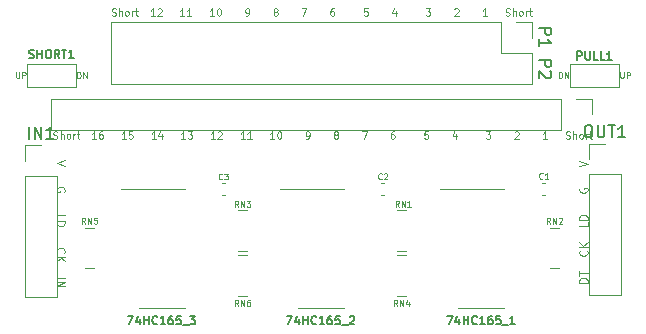
<source format=gbr>
%TF.GenerationSoftware,KiCad,Pcbnew,(5.1.9)-1*%
%TF.CreationDate,2021-11-30T02:35:41+09:00*%
%TF.ProjectId,joystick-input,6a6f7973-7469-4636-9b2d-696e7075742e,rev?*%
%TF.SameCoordinates,Original*%
%TF.FileFunction,Legend,Top*%
%TF.FilePolarity,Positive*%
%FSLAX46Y46*%
G04 Gerber Fmt 4.6, Leading zero omitted, Abs format (unit mm)*
G04 Created by KiCad (PCBNEW (5.1.9)-1) date 2021-11-30 02:35:41*
%MOMM*%
%LPD*%
G01*
G04 APERTURE LIST*
%ADD10C,0.100000*%
%ADD11C,0.150000*%
%ADD12C,0.120000*%
G04 APERTURE END LIST*
D10*
X115622285Y-79998857D02*
X115708000Y-80027428D01*
X115850857Y-80027428D01*
X115908000Y-79998857D01*
X115936571Y-79970285D01*
X115965142Y-79913142D01*
X115965142Y-79856000D01*
X115936571Y-79798857D01*
X115908000Y-79770285D01*
X115850857Y-79741714D01*
X115736571Y-79713142D01*
X115679428Y-79684571D01*
X115650857Y-79656000D01*
X115622285Y-79598857D01*
X115622285Y-79541714D01*
X115650857Y-79484571D01*
X115679428Y-79456000D01*
X115736571Y-79427428D01*
X115879428Y-79427428D01*
X115965142Y-79456000D01*
X116222285Y-80027428D02*
X116222285Y-79427428D01*
X116479428Y-80027428D02*
X116479428Y-79713142D01*
X116450857Y-79656000D01*
X116393714Y-79627428D01*
X116308000Y-79627428D01*
X116250857Y-79656000D01*
X116222285Y-79684571D01*
X116850857Y-80027428D02*
X116793714Y-79998857D01*
X116765142Y-79970285D01*
X116736571Y-79913142D01*
X116736571Y-79741714D01*
X116765142Y-79684571D01*
X116793714Y-79656000D01*
X116850857Y-79627428D01*
X116936571Y-79627428D01*
X116993714Y-79656000D01*
X117022285Y-79684571D01*
X117050857Y-79741714D01*
X117050857Y-79913142D01*
X117022285Y-79970285D01*
X116993714Y-79998857D01*
X116936571Y-80027428D01*
X116850857Y-80027428D01*
X117308000Y-80027428D02*
X117308000Y-79627428D01*
X117308000Y-79741714D02*
X117336571Y-79684571D01*
X117365142Y-79656000D01*
X117422285Y-79627428D01*
X117479428Y-79627428D01*
X117593714Y-79627428D02*
X117822285Y-79627428D01*
X117679428Y-79427428D02*
X117679428Y-79941714D01*
X117708000Y-79998857D01*
X117765142Y-80027428D01*
X117822285Y-80027428D01*
X119250857Y-80027428D02*
X118908000Y-80027428D01*
X119079428Y-80027428D02*
X119079428Y-79427428D01*
X119022285Y-79513142D01*
X118965142Y-79570285D01*
X118908000Y-79598857D01*
X119765142Y-79427428D02*
X119650857Y-79427428D01*
X119593714Y-79456000D01*
X119565142Y-79484571D01*
X119508000Y-79570285D01*
X119479428Y-79684571D01*
X119479428Y-79913142D01*
X119508000Y-79970285D01*
X119536571Y-79998857D01*
X119593714Y-80027428D01*
X119708000Y-80027428D01*
X119765142Y-79998857D01*
X119793714Y-79970285D01*
X119822285Y-79913142D01*
X119822285Y-79770285D01*
X119793714Y-79713142D01*
X119765142Y-79684571D01*
X119708000Y-79656000D01*
X119593714Y-79656000D01*
X119536571Y-79684571D01*
X119508000Y-79713142D01*
X119479428Y-79770285D01*
X121765142Y-80027428D02*
X121422285Y-80027428D01*
X121593714Y-80027428D02*
X121593714Y-79427428D01*
X121536571Y-79513142D01*
X121479428Y-79570285D01*
X121422285Y-79598857D01*
X122308000Y-79427428D02*
X122022285Y-79427428D01*
X121993714Y-79713142D01*
X122022285Y-79684571D01*
X122079428Y-79656000D01*
X122222285Y-79656000D01*
X122279428Y-79684571D01*
X122308000Y-79713142D01*
X122336571Y-79770285D01*
X122336571Y-79913142D01*
X122308000Y-79970285D01*
X122279428Y-79998857D01*
X122222285Y-80027428D01*
X122079428Y-80027428D01*
X122022285Y-79998857D01*
X121993714Y-79970285D01*
X124279428Y-80027428D02*
X123936571Y-80027428D01*
X124108000Y-80027428D02*
X124108000Y-79427428D01*
X124050857Y-79513142D01*
X123993714Y-79570285D01*
X123936571Y-79598857D01*
X124793714Y-79627428D02*
X124793714Y-80027428D01*
X124650857Y-79398857D02*
X124508000Y-79827428D01*
X124879428Y-79827428D01*
X126793714Y-80027428D02*
X126450857Y-80027428D01*
X126622285Y-80027428D02*
X126622285Y-79427428D01*
X126565142Y-79513142D01*
X126508000Y-79570285D01*
X126450857Y-79598857D01*
X126993714Y-79427428D02*
X127365142Y-79427428D01*
X127165142Y-79656000D01*
X127250857Y-79656000D01*
X127308000Y-79684571D01*
X127336571Y-79713142D01*
X127365142Y-79770285D01*
X127365142Y-79913142D01*
X127336571Y-79970285D01*
X127308000Y-79998857D01*
X127250857Y-80027428D01*
X127079428Y-80027428D01*
X127022285Y-79998857D01*
X126993714Y-79970285D01*
X129308000Y-80027428D02*
X128965142Y-80027428D01*
X129136571Y-80027428D02*
X129136571Y-79427428D01*
X129079428Y-79513142D01*
X129022285Y-79570285D01*
X128965142Y-79598857D01*
X129536571Y-79484571D02*
X129565142Y-79456000D01*
X129622285Y-79427428D01*
X129765142Y-79427428D01*
X129822285Y-79456000D01*
X129850857Y-79484571D01*
X129879428Y-79541714D01*
X129879428Y-79598857D01*
X129850857Y-79684571D01*
X129508000Y-80027428D01*
X129879428Y-80027428D01*
X131822285Y-80027428D02*
X131479428Y-80027428D01*
X131650857Y-80027428D02*
X131650857Y-79427428D01*
X131593714Y-79513142D01*
X131536571Y-79570285D01*
X131479428Y-79598857D01*
X132393714Y-80027428D02*
X132050857Y-80027428D01*
X132222285Y-80027428D02*
X132222285Y-79427428D01*
X132165142Y-79513142D01*
X132107999Y-79570285D01*
X132050857Y-79598857D01*
X134336571Y-80027428D02*
X133993714Y-80027428D01*
X134165142Y-80027428D02*
X134165142Y-79427428D01*
X134108000Y-79513142D01*
X134050857Y-79570285D01*
X133993714Y-79598857D01*
X134708000Y-79427428D02*
X134765142Y-79427428D01*
X134822285Y-79456000D01*
X134850857Y-79484571D01*
X134879428Y-79541714D01*
X134908000Y-79656000D01*
X134908000Y-79798857D01*
X134879428Y-79913142D01*
X134850857Y-79970285D01*
X134822285Y-79998857D01*
X134765142Y-80027428D01*
X134708000Y-80027428D01*
X134650857Y-79998857D01*
X134622285Y-79970285D01*
X134593714Y-79913142D01*
X134565142Y-79798857D01*
X134565142Y-79656000D01*
X134593714Y-79541714D01*
X134622285Y-79484571D01*
X134650857Y-79456000D01*
X134708000Y-79427428D01*
X137022285Y-80027428D02*
X137136571Y-80027428D01*
X137193714Y-79998857D01*
X137222285Y-79970285D01*
X137279428Y-79884571D01*
X137308000Y-79770285D01*
X137308000Y-79541714D01*
X137279428Y-79484571D01*
X137250857Y-79456000D01*
X137193714Y-79427428D01*
X137079428Y-79427428D01*
X137022285Y-79456000D01*
X136993714Y-79484571D01*
X136965142Y-79541714D01*
X136965142Y-79684571D01*
X136993714Y-79741714D01*
X137022285Y-79770285D01*
X137079428Y-79798857D01*
X137193714Y-79798857D01*
X137250857Y-79770285D01*
X137279428Y-79741714D01*
X137308000Y-79684571D01*
X139479428Y-79684571D02*
X139422285Y-79656000D01*
X139393714Y-79627428D01*
X139365142Y-79570285D01*
X139365142Y-79541714D01*
X139393714Y-79484571D01*
X139422285Y-79456000D01*
X139479428Y-79427428D01*
X139593714Y-79427428D01*
X139650857Y-79456000D01*
X139679428Y-79484571D01*
X139708000Y-79541714D01*
X139708000Y-79570285D01*
X139679428Y-79627428D01*
X139650857Y-79656000D01*
X139593714Y-79684571D01*
X139479428Y-79684571D01*
X139422285Y-79713142D01*
X139393714Y-79741714D01*
X139365142Y-79798857D01*
X139365142Y-79913142D01*
X139393714Y-79970285D01*
X139422285Y-79998857D01*
X139479428Y-80027428D01*
X139593714Y-80027428D01*
X139650857Y-79998857D01*
X139679428Y-79970285D01*
X139708000Y-79913142D01*
X139708000Y-79798857D01*
X139679428Y-79741714D01*
X139650857Y-79713142D01*
X139593714Y-79684571D01*
X141736571Y-79427428D02*
X142136571Y-79427428D01*
X141879428Y-80027428D01*
X144450857Y-79427428D02*
X144336571Y-79427428D01*
X144279428Y-79456000D01*
X144250857Y-79484571D01*
X144193714Y-79570285D01*
X144165142Y-79684571D01*
X144165142Y-79913142D01*
X144193714Y-79970285D01*
X144222285Y-79998857D01*
X144279428Y-80027428D01*
X144393714Y-80027428D01*
X144450857Y-79998857D01*
X144479428Y-79970285D01*
X144508000Y-79913142D01*
X144508000Y-79770285D01*
X144479428Y-79713142D01*
X144450857Y-79684571D01*
X144393714Y-79656000D01*
X144279428Y-79656000D01*
X144222285Y-79684571D01*
X144193714Y-79713142D01*
X144165142Y-79770285D01*
X147336571Y-79427428D02*
X147050857Y-79427428D01*
X147022285Y-79713142D01*
X147050857Y-79684571D01*
X147108000Y-79656000D01*
X147250857Y-79656000D01*
X147308000Y-79684571D01*
X147336571Y-79713142D01*
X147365142Y-79770285D01*
X147365142Y-79913142D01*
X147336571Y-79970285D01*
X147308000Y-79998857D01*
X147250857Y-80027428D01*
X147108000Y-80027428D01*
X147050857Y-79998857D01*
X147022285Y-79970285D01*
X149708000Y-79627428D02*
X149708000Y-80027428D01*
X149565142Y-79398857D02*
X149422285Y-79827428D01*
X149793714Y-79827428D01*
X152250857Y-79427428D02*
X152622285Y-79427428D01*
X152422285Y-79656000D01*
X152508000Y-79656000D01*
X152565142Y-79684571D01*
X152593714Y-79713142D01*
X152622285Y-79770285D01*
X152622285Y-79913142D01*
X152593714Y-79970285D01*
X152565142Y-79998857D01*
X152508000Y-80027428D01*
X152336571Y-80027428D01*
X152279428Y-79998857D01*
X152250857Y-79970285D01*
X154679428Y-79484571D02*
X154708000Y-79456000D01*
X154765142Y-79427428D01*
X154908000Y-79427428D01*
X154965142Y-79456000D01*
X154993714Y-79484571D01*
X155022285Y-79541714D01*
X155022285Y-79598857D01*
X154993714Y-79684571D01*
X154650857Y-80027428D01*
X155022285Y-80027428D01*
X157422285Y-80027428D02*
X157079428Y-80027428D01*
X157250857Y-80027428D02*
X157250857Y-79427428D01*
X157193714Y-79513142D01*
X157136571Y-79570285D01*
X157079428Y-79598857D01*
X159022285Y-79998857D02*
X159108000Y-80027428D01*
X159250857Y-80027428D01*
X159308000Y-79998857D01*
X159336571Y-79970285D01*
X159365142Y-79913142D01*
X159365142Y-79856000D01*
X159336571Y-79798857D01*
X159308000Y-79770285D01*
X159250857Y-79741714D01*
X159136571Y-79713142D01*
X159079428Y-79684571D01*
X159050857Y-79656000D01*
X159022285Y-79598857D01*
X159022285Y-79541714D01*
X159050857Y-79484571D01*
X159079428Y-79456000D01*
X159136571Y-79427428D01*
X159279428Y-79427428D01*
X159365142Y-79456000D01*
X159622285Y-80027428D02*
X159622285Y-79427428D01*
X159879428Y-80027428D02*
X159879428Y-79713142D01*
X159850857Y-79656000D01*
X159793714Y-79627428D01*
X159708000Y-79627428D01*
X159650857Y-79656000D01*
X159622285Y-79684571D01*
X160250857Y-80027428D02*
X160193714Y-79998857D01*
X160165142Y-79970285D01*
X160136571Y-79913142D01*
X160136571Y-79741714D01*
X160165142Y-79684571D01*
X160193714Y-79656000D01*
X160250857Y-79627428D01*
X160336571Y-79627428D01*
X160393714Y-79656000D01*
X160422285Y-79684571D01*
X160450857Y-79741714D01*
X160450857Y-79913142D01*
X160422285Y-79970285D01*
X160393714Y-79998857D01*
X160336571Y-80027428D01*
X160250857Y-80027428D01*
X160708000Y-80027428D02*
X160708000Y-79627428D01*
X160708000Y-79741714D02*
X160736571Y-79684571D01*
X160765142Y-79656000D01*
X160822285Y-79627428D01*
X160879428Y-79627428D01*
X160993714Y-79627428D02*
X161222285Y-79627428D01*
X161079428Y-79427428D02*
X161079428Y-79941714D01*
X161108000Y-79998857D01*
X161165142Y-80027428D01*
X161222285Y-80027428D01*
D11*
X156773619Y-70675761D02*
X157773619Y-70675761D01*
X157773619Y-71056714D01*
X157726000Y-71151952D01*
X157678380Y-71199571D01*
X157583142Y-71247190D01*
X157440285Y-71247190D01*
X157345047Y-71199571D01*
X157297428Y-71151952D01*
X157249809Y-71056714D01*
X157249809Y-70675761D01*
X156773619Y-72199571D02*
X156773619Y-71628142D01*
X156773619Y-71913857D02*
X157773619Y-71913857D01*
X157630761Y-71818619D01*
X157535523Y-71723380D01*
X157487904Y-71628142D01*
X156773619Y-73390047D02*
X157773619Y-73390047D01*
X157773619Y-73771000D01*
X157726000Y-73866238D01*
X157678380Y-73913857D01*
X157583142Y-73961476D01*
X157440285Y-73961476D01*
X157345047Y-73913857D01*
X157297428Y-73866238D01*
X157249809Y-73771000D01*
X157249809Y-73390047D01*
X157678380Y-74342428D02*
X157726000Y-74390047D01*
X157773619Y-74485285D01*
X157773619Y-74723380D01*
X157726000Y-74818619D01*
X157678380Y-74866238D01*
X157583142Y-74913857D01*
X157487904Y-74913857D01*
X157345047Y-74866238D01*
X156773619Y-74294809D01*
X156773619Y-74913857D01*
D10*
X160844666Y-92222000D02*
X160144666Y-92222000D01*
X160144666Y-92055333D01*
X160178000Y-91955333D01*
X160244666Y-91888666D01*
X160311333Y-91855333D01*
X160444666Y-91822000D01*
X160544666Y-91822000D01*
X160678000Y-91855333D01*
X160744666Y-91888666D01*
X160811333Y-91955333D01*
X160844666Y-92055333D01*
X160844666Y-92222000D01*
X160144666Y-91622000D02*
X160144666Y-91222000D01*
X160844666Y-91422000D02*
X160144666Y-91422000D01*
X160778000Y-89522000D02*
X160811333Y-89555333D01*
X160844666Y-89655333D01*
X160844666Y-89722000D01*
X160811333Y-89822000D01*
X160744666Y-89888666D01*
X160678000Y-89922000D01*
X160544666Y-89955333D01*
X160444666Y-89955333D01*
X160311333Y-89922000D01*
X160244666Y-89888666D01*
X160178000Y-89822000D01*
X160144666Y-89722000D01*
X160144666Y-89655333D01*
X160178000Y-89555333D01*
X160211333Y-89522000D01*
X160844666Y-89222000D02*
X160144666Y-89222000D01*
X160844666Y-88822000D02*
X160444666Y-89122000D01*
X160144666Y-88822000D02*
X160544666Y-89222000D01*
X160844666Y-87122000D02*
X160844666Y-87455333D01*
X160144666Y-87455333D01*
X160844666Y-86888666D02*
X160144666Y-86888666D01*
X160144666Y-86722000D01*
X160178000Y-86622000D01*
X160244666Y-86555333D01*
X160311333Y-86522000D01*
X160444666Y-86488666D01*
X160544666Y-86488666D01*
X160678000Y-86522000D01*
X160744666Y-86555333D01*
X160811333Y-86622000D01*
X160844666Y-86722000D01*
X160844666Y-86888666D01*
X160178000Y-84222000D02*
X160144666Y-84288666D01*
X160144666Y-84388666D01*
X160178000Y-84488666D01*
X160244666Y-84555333D01*
X160311333Y-84588666D01*
X160444666Y-84622000D01*
X160544666Y-84622000D01*
X160678000Y-84588666D01*
X160744666Y-84555333D01*
X160811333Y-84488666D01*
X160844666Y-84388666D01*
X160844666Y-84322000D01*
X160811333Y-84222000D01*
X160778000Y-84188666D01*
X160544666Y-84188666D01*
X160544666Y-84322000D01*
X160144666Y-82388666D02*
X160844666Y-82155333D01*
X160144666Y-81922000D01*
X120575285Y-69584857D02*
X120661000Y-69613428D01*
X120803857Y-69613428D01*
X120861000Y-69584857D01*
X120889571Y-69556285D01*
X120918142Y-69499142D01*
X120918142Y-69442000D01*
X120889571Y-69384857D01*
X120861000Y-69356285D01*
X120803857Y-69327714D01*
X120689571Y-69299142D01*
X120632428Y-69270571D01*
X120603857Y-69242000D01*
X120575285Y-69184857D01*
X120575285Y-69127714D01*
X120603857Y-69070571D01*
X120632428Y-69042000D01*
X120689571Y-69013428D01*
X120832428Y-69013428D01*
X120918142Y-69042000D01*
X121175285Y-69613428D02*
X121175285Y-69013428D01*
X121432428Y-69613428D02*
X121432428Y-69299142D01*
X121403857Y-69242000D01*
X121346714Y-69213428D01*
X121261000Y-69213428D01*
X121203857Y-69242000D01*
X121175285Y-69270571D01*
X121803857Y-69613428D02*
X121746714Y-69584857D01*
X121718142Y-69556285D01*
X121689571Y-69499142D01*
X121689571Y-69327714D01*
X121718142Y-69270571D01*
X121746714Y-69242000D01*
X121803857Y-69213428D01*
X121889571Y-69213428D01*
X121946714Y-69242000D01*
X121975285Y-69270571D01*
X122003857Y-69327714D01*
X122003857Y-69499142D01*
X121975285Y-69556285D01*
X121946714Y-69584857D01*
X121889571Y-69613428D01*
X121803857Y-69613428D01*
X122261000Y-69613428D02*
X122261000Y-69213428D01*
X122261000Y-69327714D02*
X122289571Y-69270571D01*
X122318142Y-69242000D01*
X122375285Y-69213428D01*
X122432428Y-69213428D01*
X122546714Y-69213428D02*
X122775285Y-69213428D01*
X122632428Y-69013428D02*
X122632428Y-69527714D01*
X122661000Y-69584857D01*
X122718142Y-69613428D01*
X122775285Y-69613428D01*
X124203857Y-69613428D02*
X123861000Y-69613428D01*
X124032428Y-69613428D02*
X124032428Y-69013428D01*
X123975285Y-69099142D01*
X123918142Y-69156285D01*
X123861000Y-69184857D01*
X124432428Y-69070571D02*
X124461000Y-69042000D01*
X124518142Y-69013428D01*
X124661000Y-69013428D01*
X124718142Y-69042000D01*
X124746714Y-69070571D01*
X124775285Y-69127714D01*
X124775285Y-69184857D01*
X124746714Y-69270571D01*
X124403857Y-69613428D01*
X124775285Y-69613428D01*
X126718142Y-69613428D02*
X126375285Y-69613428D01*
X126546714Y-69613428D02*
X126546714Y-69013428D01*
X126489571Y-69099142D01*
X126432428Y-69156285D01*
X126375285Y-69184857D01*
X127289571Y-69613428D02*
X126946714Y-69613428D01*
X127118142Y-69613428D02*
X127118142Y-69013428D01*
X127061000Y-69099142D01*
X127003857Y-69156285D01*
X126946714Y-69184857D01*
X129232428Y-69613428D02*
X128889571Y-69613428D01*
X129061000Y-69613428D02*
X129061000Y-69013428D01*
X129003857Y-69099142D01*
X128946714Y-69156285D01*
X128889571Y-69184857D01*
X129603857Y-69013428D02*
X129661000Y-69013428D01*
X129718142Y-69042000D01*
X129746714Y-69070571D01*
X129775285Y-69127714D01*
X129803857Y-69242000D01*
X129803857Y-69384857D01*
X129775285Y-69499142D01*
X129746714Y-69556285D01*
X129718142Y-69584857D01*
X129661000Y-69613428D01*
X129603857Y-69613428D01*
X129546714Y-69584857D01*
X129518142Y-69556285D01*
X129489571Y-69499142D01*
X129461000Y-69384857D01*
X129461000Y-69242000D01*
X129489571Y-69127714D01*
X129518142Y-69070571D01*
X129546714Y-69042000D01*
X129603857Y-69013428D01*
X131918142Y-69613428D02*
X132032428Y-69613428D01*
X132089571Y-69584857D01*
X132118142Y-69556285D01*
X132175285Y-69470571D01*
X132203857Y-69356285D01*
X132203857Y-69127714D01*
X132175285Y-69070571D01*
X132146714Y-69042000D01*
X132089571Y-69013428D01*
X131975285Y-69013428D01*
X131918142Y-69042000D01*
X131889571Y-69070571D01*
X131861000Y-69127714D01*
X131861000Y-69270571D01*
X131889571Y-69327714D01*
X131918142Y-69356285D01*
X131975285Y-69384857D01*
X132089571Y-69384857D01*
X132146714Y-69356285D01*
X132175285Y-69327714D01*
X132203857Y-69270571D01*
X134375285Y-69270571D02*
X134318142Y-69242000D01*
X134289571Y-69213428D01*
X134261000Y-69156285D01*
X134261000Y-69127714D01*
X134289571Y-69070571D01*
X134318142Y-69042000D01*
X134375285Y-69013428D01*
X134489571Y-69013428D01*
X134546714Y-69042000D01*
X134575285Y-69070571D01*
X134603857Y-69127714D01*
X134603857Y-69156285D01*
X134575285Y-69213428D01*
X134546714Y-69242000D01*
X134489571Y-69270571D01*
X134375285Y-69270571D01*
X134318142Y-69299142D01*
X134289571Y-69327714D01*
X134261000Y-69384857D01*
X134261000Y-69499142D01*
X134289571Y-69556285D01*
X134318142Y-69584857D01*
X134375285Y-69613428D01*
X134489571Y-69613428D01*
X134546714Y-69584857D01*
X134575285Y-69556285D01*
X134603857Y-69499142D01*
X134603857Y-69384857D01*
X134575285Y-69327714D01*
X134546714Y-69299142D01*
X134489571Y-69270571D01*
X136632428Y-69013428D02*
X137032428Y-69013428D01*
X136775285Y-69613428D01*
X139346714Y-69013428D02*
X139232428Y-69013428D01*
X139175285Y-69042000D01*
X139146714Y-69070571D01*
X139089571Y-69156285D01*
X139061000Y-69270571D01*
X139061000Y-69499142D01*
X139089571Y-69556285D01*
X139118142Y-69584857D01*
X139175285Y-69613428D01*
X139289571Y-69613428D01*
X139346714Y-69584857D01*
X139375285Y-69556285D01*
X139403857Y-69499142D01*
X139403857Y-69356285D01*
X139375285Y-69299142D01*
X139346714Y-69270571D01*
X139289571Y-69242000D01*
X139175285Y-69242000D01*
X139118142Y-69270571D01*
X139089571Y-69299142D01*
X139061000Y-69356285D01*
X142232428Y-69013428D02*
X141946714Y-69013428D01*
X141918142Y-69299142D01*
X141946714Y-69270571D01*
X142003857Y-69242000D01*
X142146714Y-69242000D01*
X142203857Y-69270571D01*
X142232428Y-69299142D01*
X142261000Y-69356285D01*
X142261000Y-69499142D01*
X142232428Y-69556285D01*
X142203857Y-69584857D01*
X142146714Y-69613428D01*
X142003857Y-69613428D01*
X141946714Y-69584857D01*
X141918142Y-69556285D01*
X144603857Y-69213428D02*
X144603857Y-69613428D01*
X144461000Y-68984857D02*
X144318142Y-69413428D01*
X144689571Y-69413428D01*
X147146714Y-69013428D02*
X147518142Y-69013428D01*
X147318142Y-69242000D01*
X147403857Y-69242000D01*
X147461000Y-69270571D01*
X147489571Y-69299142D01*
X147518142Y-69356285D01*
X147518142Y-69499142D01*
X147489571Y-69556285D01*
X147461000Y-69584857D01*
X147403857Y-69613428D01*
X147232428Y-69613428D01*
X147175285Y-69584857D01*
X147146714Y-69556285D01*
X149575285Y-69070571D02*
X149603857Y-69042000D01*
X149661000Y-69013428D01*
X149803857Y-69013428D01*
X149861000Y-69042000D01*
X149889571Y-69070571D01*
X149918142Y-69127714D01*
X149918142Y-69184857D01*
X149889571Y-69270571D01*
X149546714Y-69613428D01*
X149918142Y-69613428D01*
X152318142Y-69613428D02*
X151975285Y-69613428D01*
X152146714Y-69613428D02*
X152146714Y-69013428D01*
X152089571Y-69099142D01*
X152032428Y-69156285D01*
X151975285Y-69184857D01*
X153918142Y-69584857D02*
X154003857Y-69613428D01*
X154146714Y-69613428D01*
X154203857Y-69584857D01*
X154232428Y-69556285D01*
X154261000Y-69499142D01*
X154261000Y-69442000D01*
X154232428Y-69384857D01*
X154203857Y-69356285D01*
X154146714Y-69327714D01*
X154032428Y-69299142D01*
X153975285Y-69270571D01*
X153946714Y-69242000D01*
X153918142Y-69184857D01*
X153918142Y-69127714D01*
X153946714Y-69070571D01*
X153975285Y-69042000D01*
X154032428Y-69013428D01*
X154175285Y-69013428D01*
X154261000Y-69042000D01*
X154518142Y-69613428D02*
X154518142Y-69013428D01*
X154775285Y-69613428D02*
X154775285Y-69299142D01*
X154746714Y-69242000D01*
X154689571Y-69213428D01*
X154603857Y-69213428D01*
X154546714Y-69242000D01*
X154518142Y-69270571D01*
X155146714Y-69613428D02*
X155089571Y-69584857D01*
X155061000Y-69556285D01*
X155032428Y-69499142D01*
X155032428Y-69327714D01*
X155061000Y-69270571D01*
X155089571Y-69242000D01*
X155146714Y-69213428D01*
X155232428Y-69213428D01*
X155289571Y-69242000D01*
X155318142Y-69270571D01*
X155346714Y-69327714D01*
X155346714Y-69499142D01*
X155318142Y-69556285D01*
X155289571Y-69584857D01*
X155232428Y-69613428D01*
X155146714Y-69613428D01*
X155603857Y-69613428D02*
X155603857Y-69213428D01*
X155603857Y-69327714D02*
X155632428Y-69270571D01*
X155661000Y-69242000D01*
X155718142Y-69213428D01*
X155775285Y-69213428D01*
X155889571Y-69213428D02*
X156118142Y-69213428D01*
X155975285Y-69013428D02*
X155975285Y-69527714D01*
X156003857Y-69584857D01*
X156061000Y-69613428D01*
X156118142Y-69613428D01*
X116588333Y-81865666D02*
X115888333Y-82099000D01*
X116588333Y-82332333D01*
X116555000Y-84532333D02*
X116588333Y-84465666D01*
X116588333Y-84365666D01*
X116555000Y-84265666D01*
X116488333Y-84199000D01*
X116421666Y-84165666D01*
X116288333Y-84132333D01*
X116188333Y-84132333D01*
X116055000Y-84165666D01*
X115988333Y-84199000D01*
X115921666Y-84265666D01*
X115888333Y-84365666D01*
X115888333Y-84432333D01*
X115921666Y-84532333D01*
X115955000Y-84565666D01*
X116188333Y-84565666D01*
X116188333Y-84432333D01*
X115888333Y-86799000D02*
X115888333Y-86465666D01*
X116588333Y-86465666D01*
X115888333Y-87032333D02*
X116588333Y-87032333D01*
X116588333Y-87199000D01*
X116555000Y-87299000D01*
X116488333Y-87365666D01*
X116421666Y-87399000D01*
X116288333Y-87432333D01*
X116188333Y-87432333D01*
X116055000Y-87399000D01*
X115988333Y-87365666D01*
X115921666Y-87299000D01*
X115888333Y-87199000D01*
X115888333Y-87032333D01*
X115955000Y-89732333D02*
X115921666Y-89699000D01*
X115888333Y-89599000D01*
X115888333Y-89532333D01*
X115921666Y-89432333D01*
X115988333Y-89365666D01*
X116055000Y-89332333D01*
X116188333Y-89299000D01*
X116288333Y-89299000D01*
X116421666Y-89332333D01*
X116488333Y-89365666D01*
X116555000Y-89432333D01*
X116588333Y-89532333D01*
X116588333Y-89599000D01*
X116555000Y-89699000D01*
X116521666Y-89732333D01*
X115888333Y-90032333D02*
X116588333Y-90032333D01*
X115888333Y-90432333D02*
X116288333Y-90132333D01*
X116588333Y-90432333D02*
X116188333Y-90032333D01*
X115888333Y-91799000D02*
X116588333Y-91799000D01*
X115888333Y-92132333D02*
X116588333Y-92132333D01*
X115888333Y-92532333D01*
X116588333Y-92532333D01*
D12*
%TO.C,OUT1*%
X160976000Y-93278000D02*
X163636000Y-93278000D01*
X160976000Y-83058000D02*
X160976000Y-93278000D01*
X163636000Y-83058000D02*
X163636000Y-93278000D01*
X160976000Y-83058000D02*
X163636000Y-83058000D01*
X160976000Y-81788000D02*
X160976000Y-80458000D01*
X160976000Y-80458000D02*
X162306000Y-80458000D01*
%TO.C,IN1*%
X113224000Y-93405000D02*
X115884000Y-93405000D01*
X113224000Y-83185000D02*
X113224000Y-93405000D01*
X115884000Y-83185000D02*
X115884000Y-93405000D01*
X113224000Y-83185000D02*
X115884000Y-83185000D01*
X113224000Y-81915000D02*
X113224000Y-80585000D01*
X113224000Y-80585000D02*
X114554000Y-80585000D01*
%TO.C,J1*%
X115383000Y-76648000D02*
X115383000Y-79308000D01*
X158623000Y-76648000D02*
X115383000Y-76648000D01*
X158623000Y-79308000D02*
X115383000Y-79308000D01*
X158623000Y-76648000D02*
X158623000Y-79308000D01*
X159893000Y-76648000D02*
X161223000Y-76648000D01*
X161223000Y-76648000D02*
X161223000Y-77978000D01*
%TO.C,RN1*%
X145497500Y-86100500D02*
X144697500Y-86100500D01*
X145497500Y-89540500D02*
X144697500Y-89540500D01*
%TO.C,RN2*%
X157651500Y-87561000D02*
X158451500Y-87561000D01*
X157651500Y-91001000D02*
X158451500Y-91001000D01*
%TO.C,J2*%
X120463000Y-70171000D02*
X120463000Y-75371000D01*
X153543000Y-70171000D02*
X120463000Y-70171000D01*
X156143000Y-75371000D02*
X120463000Y-75371000D01*
X153543000Y-70171000D02*
X153543000Y-72771000D01*
X153543000Y-72771000D02*
X156143000Y-72771000D01*
X156143000Y-72771000D02*
X156143000Y-75371000D01*
X154813000Y-70171000D02*
X156143000Y-70171000D01*
X156143000Y-70171000D02*
X156143000Y-71501000D01*
%TO.C,C2*%
X143369420Y-84838000D02*
X143650580Y-84838000D01*
X143369420Y-83818000D02*
X143650580Y-83818000D01*
%TO.C,C3*%
X129907420Y-84838000D02*
X130188580Y-84838000D01*
X129907420Y-83818000D02*
X130188580Y-83818000D01*
%TO.C,C1*%
X156958420Y-84838000D02*
X157239580Y-84838000D01*
X156958420Y-83818000D02*
X157239580Y-83818000D01*
%TO.C,SHORT1*%
X117493000Y-73676000D02*
X117493000Y-75676000D01*
X113393000Y-73676000D02*
X117493000Y-73676000D01*
X113393000Y-75676000D02*
X113393000Y-73676000D01*
X117493000Y-75676000D02*
X113393000Y-75676000D01*
%TO.C,PULL1*%
X163467000Y-73676000D02*
X163467000Y-75676000D01*
X159367000Y-73676000D02*
X163467000Y-73676000D01*
X159367000Y-75676000D02*
X159367000Y-73676000D01*
X163467000Y-75676000D02*
X159367000Y-75676000D01*
%TO.C,RN3*%
X132035500Y-89540500D02*
X131235500Y-89540500D01*
X132035500Y-86100500D02*
X131235500Y-86100500D01*
%TO.C,RN4*%
X144697500Y-89910500D02*
X145497500Y-89910500D01*
X144697500Y-93350500D02*
X145497500Y-93350500D01*
%TO.C,RN5*%
X119081500Y-91001000D02*
X118281500Y-91001000D01*
X119081500Y-87561000D02*
X118281500Y-87561000D01*
%TO.C,RN6*%
X131235500Y-89910500D02*
X132035500Y-89910500D01*
X131235500Y-93350500D02*
X132035500Y-93350500D01*
%TO.C,74HC165_3*%
X124777500Y-84284500D02*
X121327500Y-84284500D01*
X124777500Y-84284500D02*
X126727500Y-84284500D01*
X124777500Y-94404500D02*
X122827500Y-94404500D01*
X124777500Y-94404500D02*
X126727500Y-94404500D01*
%TO.C,74HC165_2*%
X138239500Y-94404500D02*
X140189500Y-94404500D01*
X138239500Y-94404500D02*
X136289500Y-94404500D01*
X138239500Y-84284500D02*
X140189500Y-84284500D01*
X138239500Y-84284500D02*
X134789500Y-84284500D01*
%TO.C,74HC165_1*%
X151828500Y-94404500D02*
X153778500Y-94404500D01*
X151828500Y-94404500D02*
X149878500Y-94404500D01*
X151828500Y-84284500D02*
X153778500Y-84284500D01*
X151828500Y-84284500D02*
X148378500Y-84284500D01*
%TO.C,OUT1*%
D11*
X160829809Y-78910380D02*
X161020285Y-78910380D01*
X161115523Y-78958000D01*
X161210761Y-79053238D01*
X161258380Y-79243714D01*
X161258380Y-79577047D01*
X161210761Y-79767523D01*
X161115523Y-79862761D01*
X161020285Y-79910380D01*
X160829809Y-79910380D01*
X160734571Y-79862761D01*
X160639333Y-79767523D01*
X160591714Y-79577047D01*
X160591714Y-79243714D01*
X160639333Y-79053238D01*
X160734571Y-78958000D01*
X160829809Y-78910380D01*
X161686952Y-78910380D02*
X161686952Y-79719904D01*
X161734571Y-79815142D01*
X161782190Y-79862761D01*
X161877428Y-79910380D01*
X162067904Y-79910380D01*
X162163142Y-79862761D01*
X162210761Y-79815142D01*
X162258380Y-79719904D01*
X162258380Y-78910380D01*
X162591714Y-78910380D02*
X163163142Y-78910380D01*
X162877428Y-79910380D02*
X162877428Y-78910380D01*
X164020285Y-79910380D02*
X163448857Y-79910380D01*
X163734571Y-79910380D02*
X163734571Y-78910380D01*
X163639333Y-79053238D01*
X163544095Y-79148476D01*
X163448857Y-79196095D01*
%TO.C,IN1*%
X113554000Y-80037380D02*
X113554000Y-79037380D01*
X114030190Y-80037380D02*
X114030190Y-79037380D01*
X114601619Y-80037380D01*
X114601619Y-79037380D01*
X115601619Y-80037380D02*
X115030190Y-80037380D01*
X115315904Y-80037380D02*
X115315904Y-79037380D01*
X115220666Y-79180238D01*
X115125428Y-79275476D01*
X115030190Y-79323095D01*
%TO.C,RN1*%
D10*
X144879261Y-85786090D02*
X144712595Y-85547995D01*
X144593547Y-85786090D02*
X144593547Y-85286090D01*
X144784023Y-85286090D01*
X144831642Y-85309900D01*
X144855452Y-85333709D01*
X144879261Y-85381328D01*
X144879261Y-85452757D01*
X144855452Y-85500376D01*
X144831642Y-85524185D01*
X144784023Y-85547995D01*
X144593547Y-85547995D01*
X145093547Y-85786090D02*
X145093547Y-85286090D01*
X145379261Y-85786090D01*
X145379261Y-85286090D01*
X145879261Y-85786090D02*
X145593547Y-85786090D01*
X145736404Y-85786090D02*
X145736404Y-85286090D01*
X145688785Y-85357519D01*
X145641166Y-85405138D01*
X145593547Y-85428947D01*
%TO.C,RN2*%
X157706261Y-87221190D02*
X157539595Y-86983095D01*
X157420547Y-87221190D02*
X157420547Y-86721190D01*
X157611023Y-86721190D01*
X157658642Y-86745000D01*
X157682452Y-86768809D01*
X157706261Y-86816428D01*
X157706261Y-86887857D01*
X157682452Y-86935476D01*
X157658642Y-86959285D01*
X157611023Y-86983095D01*
X157420547Y-86983095D01*
X157920547Y-87221190D02*
X157920547Y-86721190D01*
X158206261Y-87221190D01*
X158206261Y-86721190D01*
X158420547Y-86768809D02*
X158444357Y-86745000D01*
X158491976Y-86721190D01*
X158611023Y-86721190D01*
X158658642Y-86745000D01*
X158682452Y-86768809D01*
X158706261Y-86816428D01*
X158706261Y-86864047D01*
X158682452Y-86935476D01*
X158396738Y-87221190D01*
X158706261Y-87221190D01*
%TO.C,C2*%
X143426666Y-83414371D02*
X143402857Y-83438180D01*
X143331428Y-83461990D01*
X143283809Y-83461990D01*
X143212380Y-83438180D01*
X143164761Y-83390561D01*
X143140952Y-83342942D01*
X143117142Y-83247704D01*
X143117142Y-83176276D01*
X143140952Y-83081038D01*
X143164761Y-83033419D01*
X143212380Y-82985800D01*
X143283809Y-82961990D01*
X143331428Y-82961990D01*
X143402857Y-82985800D01*
X143426666Y-83009609D01*
X143617142Y-83009609D02*
X143640952Y-82985800D01*
X143688571Y-82961990D01*
X143807619Y-82961990D01*
X143855238Y-82985800D01*
X143879047Y-83009609D01*
X143902857Y-83057228D01*
X143902857Y-83104847D01*
X143879047Y-83176276D01*
X143593333Y-83461990D01*
X143902857Y-83461990D01*
%TO.C,C3*%
X129913866Y-83439771D02*
X129890057Y-83463580D01*
X129818628Y-83487390D01*
X129771009Y-83487390D01*
X129699580Y-83463580D01*
X129651961Y-83415961D01*
X129628152Y-83368342D01*
X129604342Y-83273104D01*
X129604342Y-83201676D01*
X129628152Y-83106438D01*
X129651961Y-83058819D01*
X129699580Y-83011200D01*
X129771009Y-82987390D01*
X129818628Y-82987390D01*
X129890057Y-83011200D01*
X129913866Y-83035009D01*
X130080533Y-82987390D02*
X130390057Y-82987390D01*
X130223390Y-83177866D01*
X130294819Y-83177866D01*
X130342438Y-83201676D01*
X130366247Y-83225485D01*
X130390057Y-83273104D01*
X130390057Y-83392152D01*
X130366247Y-83439771D01*
X130342438Y-83463580D01*
X130294819Y-83487390D01*
X130151961Y-83487390D01*
X130104342Y-83463580D01*
X130080533Y-83439771D01*
%TO.C,C1*%
X157041066Y-83388971D02*
X157017257Y-83412780D01*
X156945828Y-83436590D01*
X156898209Y-83436590D01*
X156826780Y-83412780D01*
X156779161Y-83365161D01*
X156755352Y-83317542D01*
X156731542Y-83222304D01*
X156731542Y-83150876D01*
X156755352Y-83055638D01*
X156779161Y-83008019D01*
X156826780Y-82960400D01*
X156898209Y-82936590D01*
X156945828Y-82936590D01*
X157017257Y-82960400D01*
X157041066Y-82984209D01*
X157517257Y-83436590D02*
X157231542Y-83436590D01*
X157374400Y-83436590D02*
X157374400Y-82936590D01*
X157326780Y-83008019D01*
X157279161Y-83055638D01*
X157231542Y-83079447D01*
%TO.C,SHORT1*%
D11*
X113559666Y-73181333D02*
X113659666Y-73214666D01*
X113826333Y-73214666D01*
X113893000Y-73181333D01*
X113926333Y-73148000D01*
X113959666Y-73081333D01*
X113959666Y-73014666D01*
X113926333Y-72948000D01*
X113893000Y-72914666D01*
X113826333Y-72881333D01*
X113693000Y-72848000D01*
X113626333Y-72814666D01*
X113593000Y-72781333D01*
X113559666Y-72714666D01*
X113559666Y-72648000D01*
X113593000Y-72581333D01*
X113626333Y-72548000D01*
X113693000Y-72514666D01*
X113859666Y-72514666D01*
X113959666Y-72548000D01*
X114259666Y-73214666D02*
X114259666Y-72514666D01*
X114259666Y-72848000D02*
X114659666Y-72848000D01*
X114659666Y-73214666D02*
X114659666Y-72514666D01*
X115126333Y-72514666D02*
X115259666Y-72514666D01*
X115326333Y-72548000D01*
X115393000Y-72614666D01*
X115426333Y-72748000D01*
X115426333Y-72981333D01*
X115393000Y-73114666D01*
X115326333Y-73181333D01*
X115259666Y-73214666D01*
X115126333Y-73214666D01*
X115059666Y-73181333D01*
X114993000Y-73114666D01*
X114959666Y-72981333D01*
X114959666Y-72748000D01*
X114993000Y-72614666D01*
X115059666Y-72548000D01*
X115126333Y-72514666D01*
X116126333Y-73214666D02*
X115893000Y-72881333D01*
X115726333Y-73214666D02*
X115726333Y-72514666D01*
X115993000Y-72514666D01*
X116059666Y-72548000D01*
X116093000Y-72581333D01*
X116126333Y-72648000D01*
X116126333Y-72748000D01*
X116093000Y-72814666D01*
X116059666Y-72848000D01*
X115993000Y-72881333D01*
X115726333Y-72881333D01*
X116326333Y-72514666D02*
X116726333Y-72514666D01*
X116526333Y-73214666D02*
X116526333Y-72514666D01*
X117326333Y-73214666D02*
X116926333Y-73214666D01*
X117126333Y-73214666D02*
X117126333Y-72514666D01*
X117059666Y-72614666D01*
X116993000Y-72681333D01*
X116926333Y-72714666D01*
D10*
X117650142Y-74902190D02*
X117650142Y-74402190D01*
X117769190Y-74402190D01*
X117840619Y-74426000D01*
X117888238Y-74473619D01*
X117912047Y-74521238D01*
X117935857Y-74616476D01*
X117935857Y-74687904D01*
X117912047Y-74783142D01*
X117888238Y-74830761D01*
X117840619Y-74878380D01*
X117769190Y-74902190D01*
X117650142Y-74902190D01*
X118150142Y-74902190D02*
X118150142Y-74402190D01*
X118435857Y-74902190D01*
X118435857Y-74402190D01*
X112450142Y-74402190D02*
X112450142Y-74806952D01*
X112473952Y-74854571D01*
X112497761Y-74878380D01*
X112545380Y-74902190D01*
X112640619Y-74902190D01*
X112688238Y-74878380D01*
X112712047Y-74854571D01*
X112735857Y-74806952D01*
X112735857Y-74402190D01*
X112973952Y-74902190D02*
X112973952Y-74402190D01*
X113164428Y-74402190D01*
X113212047Y-74426000D01*
X113235857Y-74449809D01*
X113259666Y-74497428D01*
X113259666Y-74568857D01*
X113235857Y-74616476D01*
X113212047Y-74640285D01*
X113164428Y-74664095D01*
X112973952Y-74664095D01*
%TO.C,PULL1*%
D11*
X159967000Y-73341666D02*
X159967000Y-72641666D01*
X160233666Y-72641666D01*
X160300333Y-72675000D01*
X160333666Y-72708333D01*
X160367000Y-72775000D01*
X160367000Y-72875000D01*
X160333666Y-72941666D01*
X160300333Y-72975000D01*
X160233666Y-73008333D01*
X159967000Y-73008333D01*
X160667000Y-72641666D02*
X160667000Y-73208333D01*
X160700333Y-73275000D01*
X160733666Y-73308333D01*
X160800333Y-73341666D01*
X160933666Y-73341666D01*
X161000333Y-73308333D01*
X161033666Y-73275000D01*
X161067000Y-73208333D01*
X161067000Y-72641666D01*
X161733666Y-73341666D02*
X161400333Y-73341666D01*
X161400333Y-72641666D01*
X162300333Y-73341666D02*
X161967000Y-73341666D01*
X161967000Y-72641666D01*
X162900333Y-73341666D02*
X162500333Y-73341666D01*
X162700333Y-73341666D02*
X162700333Y-72641666D01*
X162633666Y-72741666D01*
X162567000Y-72808333D01*
X162500333Y-72841666D01*
D10*
X163624142Y-74402190D02*
X163624142Y-74806952D01*
X163647952Y-74854571D01*
X163671761Y-74878380D01*
X163719380Y-74902190D01*
X163814619Y-74902190D01*
X163862238Y-74878380D01*
X163886047Y-74854571D01*
X163909857Y-74806952D01*
X163909857Y-74402190D01*
X164147952Y-74902190D02*
X164147952Y-74402190D01*
X164338428Y-74402190D01*
X164386047Y-74426000D01*
X164409857Y-74449809D01*
X164433666Y-74497428D01*
X164433666Y-74568857D01*
X164409857Y-74616476D01*
X164386047Y-74640285D01*
X164338428Y-74664095D01*
X164147952Y-74664095D01*
X158424142Y-74902190D02*
X158424142Y-74402190D01*
X158543190Y-74402190D01*
X158614619Y-74426000D01*
X158662238Y-74473619D01*
X158686047Y-74521238D01*
X158709857Y-74616476D01*
X158709857Y-74687904D01*
X158686047Y-74783142D01*
X158662238Y-74830761D01*
X158614619Y-74878380D01*
X158543190Y-74902190D01*
X158424142Y-74902190D01*
X158924142Y-74902190D02*
X158924142Y-74402190D01*
X159209857Y-74902190D01*
X159209857Y-74402190D01*
%TO.C,RN3*%
X131290261Y-85811490D02*
X131123595Y-85573395D01*
X131004547Y-85811490D02*
X131004547Y-85311490D01*
X131195023Y-85311490D01*
X131242642Y-85335300D01*
X131266452Y-85359109D01*
X131290261Y-85406728D01*
X131290261Y-85478157D01*
X131266452Y-85525776D01*
X131242642Y-85549585D01*
X131195023Y-85573395D01*
X131004547Y-85573395D01*
X131504547Y-85811490D02*
X131504547Y-85311490D01*
X131790261Y-85811490D01*
X131790261Y-85311490D01*
X131980738Y-85311490D02*
X132290261Y-85311490D01*
X132123595Y-85501966D01*
X132195023Y-85501966D01*
X132242642Y-85525776D01*
X132266452Y-85549585D01*
X132290261Y-85597204D01*
X132290261Y-85716252D01*
X132266452Y-85763871D01*
X132242642Y-85787680D01*
X132195023Y-85811490D01*
X132052166Y-85811490D01*
X132004547Y-85787680D01*
X131980738Y-85763871D01*
%TO.C,RN4*%
X144752261Y-94193490D02*
X144585595Y-93955395D01*
X144466547Y-94193490D02*
X144466547Y-93693490D01*
X144657023Y-93693490D01*
X144704642Y-93717300D01*
X144728452Y-93741109D01*
X144752261Y-93788728D01*
X144752261Y-93860157D01*
X144728452Y-93907776D01*
X144704642Y-93931585D01*
X144657023Y-93955395D01*
X144466547Y-93955395D01*
X144966547Y-94193490D02*
X144966547Y-93693490D01*
X145252261Y-94193490D01*
X145252261Y-93693490D01*
X145704642Y-93860157D02*
X145704642Y-94193490D01*
X145585595Y-93669680D02*
X145466547Y-94026823D01*
X145776071Y-94026823D01*
%TO.C,RN5*%
X118336261Y-87221190D02*
X118169595Y-86983095D01*
X118050547Y-87221190D02*
X118050547Y-86721190D01*
X118241023Y-86721190D01*
X118288642Y-86745000D01*
X118312452Y-86768809D01*
X118336261Y-86816428D01*
X118336261Y-86887857D01*
X118312452Y-86935476D01*
X118288642Y-86959285D01*
X118241023Y-86983095D01*
X118050547Y-86983095D01*
X118550547Y-87221190D02*
X118550547Y-86721190D01*
X118836261Y-87221190D01*
X118836261Y-86721190D01*
X119312452Y-86721190D02*
X119074357Y-86721190D01*
X119050547Y-86959285D01*
X119074357Y-86935476D01*
X119121976Y-86911666D01*
X119241023Y-86911666D01*
X119288642Y-86935476D01*
X119312452Y-86959285D01*
X119336261Y-87006904D01*
X119336261Y-87125952D01*
X119312452Y-87173571D01*
X119288642Y-87197380D01*
X119241023Y-87221190D01*
X119121976Y-87221190D01*
X119074357Y-87197380D01*
X119050547Y-87173571D01*
%TO.C,RN6*%
X131290261Y-94188410D02*
X131123595Y-93950315D01*
X131004547Y-94188410D02*
X131004547Y-93688410D01*
X131195023Y-93688410D01*
X131242642Y-93712220D01*
X131266452Y-93736029D01*
X131290261Y-93783648D01*
X131290261Y-93855077D01*
X131266452Y-93902696D01*
X131242642Y-93926505D01*
X131195023Y-93950315D01*
X131004547Y-93950315D01*
X131504547Y-94188410D02*
X131504547Y-93688410D01*
X131790261Y-94188410D01*
X131790261Y-93688410D01*
X132242642Y-93688410D02*
X132147404Y-93688410D01*
X132099785Y-93712220D01*
X132075976Y-93736029D01*
X132028357Y-93807458D01*
X132004547Y-93902696D01*
X132004547Y-94093172D01*
X132028357Y-94140791D01*
X132052166Y-94164600D01*
X132099785Y-94188410D01*
X132195023Y-94188410D01*
X132242642Y-94164600D01*
X132266452Y-94140791D01*
X132290261Y-94093172D01*
X132290261Y-93974124D01*
X132266452Y-93926505D01*
X132242642Y-93902696D01*
X132195023Y-93878886D01*
X132099785Y-93878886D01*
X132052166Y-93902696D01*
X132028357Y-93926505D01*
X132004547Y-93974124D01*
%TO.C,74HC165_3*%
D11*
X121894166Y-95057166D02*
X122360833Y-95057166D01*
X122060833Y-95757166D01*
X122927500Y-95290500D02*
X122927500Y-95757166D01*
X122760833Y-95023833D02*
X122594166Y-95523833D01*
X123027500Y-95523833D01*
X123294166Y-95757166D02*
X123294166Y-95057166D01*
X123294166Y-95390500D02*
X123694166Y-95390500D01*
X123694166Y-95757166D02*
X123694166Y-95057166D01*
X124427500Y-95690500D02*
X124394166Y-95723833D01*
X124294166Y-95757166D01*
X124227500Y-95757166D01*
X124127500Y-95723833D01*
X124060833Y-95657166D01*
X124027500Y-95590500D01*
X123994166Y-95457166D01*
X123994166Y-95357166D01*
X124027500Y-95223833D01*
X124060833Y-95157166D01*
X124127500Y-95090500D01*
X124227500Y-95057166D01*
X124294166Y-95057166D01*
X124394166Y-95090500D01*
X124427500Y-95123833D01*
X125094166Y-95757166D02*
X124694166Y-95757166D01*
X124894166Y-95757166D02*
X124894166Y-95057166D01*
X124827500Y-95157166D01*
X124760833Y-95223833D01*
X124694166Y-95257166D01*
X125694166Y-95057166D02*
X125560833Y-95057166D01*
X125494166Y-95090500D01*
X125460833Y-95123833D01*
X125394166Y-95223833D01*
X125360833Y-95357166D01*
X125360833Y-95623833D01*
X125394166Y-95690500D01*
X125427500Y-95723833D01*
X125494166Y-95757166D01*
X125627500Y-95757166D01*
X125694166Y-95723833D01*
X125727500Y-95690500D01*
X125760833Y-95623833D01*
X125760833Y-95457166D01*
X125727500Y-95390500D01*
X125694166Y-95357166D01*
X125627500Y-95323833D01*
X125494166Y-95323833D01*
X125427500Y-95357166D01*
X125394166Y-95390500D01*
X125360833Y-95457166D01*
X126394166Y-95057166D02*
X126060833Y-95057166D01*
X126027500Y-95390500D01*
X126060833Y-95357166D01*
X126127500Y-95323833D01*
X126294166Y-95323833D01*
X126360833Y-95357166D01*
X126394166Y-95390500D01*
X126427500Y-95457166D01*
X126427500Y-95623833D01*
X126394166Y-95690500D01*
X126360833Y-95723833D01*
X126294166Y-95757166D01*
X126127500Y-95757166D01*
X126060833Y-95723833D01*
X126027500Y-95690500D01*
X126560833Y-95823833D02*
X127094166Y-95823833D01*
X127194166Y-95057166D02*
X127627500Y-95057166D01*
X127394166Y-95323833D01*
X127494166Y-95323833D01*
X127560833Y-95357166D01*
X127594166Y-95390500D01*
X127627500Y-95457166D01*
X127627500Y-95623833D01*
X127594166Y-95690500D01*
X127560833Y-95723833D01*
X127494166Y-95757166D01*
X127294166Y-95757166D01*
X127227500Y-95723833D01*
X127194166Y-95690500D01*
%TO.C,74HC165_2*%
X135356166Y-95057166D02*
X135822833Y-95057166D01*
X135522833Y-95757166D01*
X136389500Y-95290500D02*
X136389500Y-95757166D01*
X136222833Y-95023833D02*
X136056166Y-95523833D01*
X136489500Y-95523833D01*
X136756166Y-95757166D02*
X136756166Y-95057166D01*
X136756166Y-95390500D02*
X137156166Y-95390500D01*
X137156166Y-95757166D02*
X137156166Y-95057166D01*
X137889500Y-95690500D02*
X137856166Y-95723833D01*
X137756166Y-95757166D01*
X137689500Y-95757166D01*
X137589500Y-95723833D01*
X137522833Y-95657166D01*
X137489500Y-95590500D01*
X137456166Y-95457166D01*
X137456166Y-95357166D01*
X137489500Y-95223833D01*
X137522833Y-95157166D01*
X137589500Y-95090500D01*
X137689500Y-95057166D01*
X137756166Y-95057166D01*
X137856166Y-95090500D01*
X137889500Y-95123833D01*
X138556166Y-95757166D02*
X138156166Y-95757166D01*
X138356166Y-95757166D02*
X138356166Y-95057166D01*
X138289500Y-95157166D01*
X138222833Y-95223833D01*
X138156166Y-95257166D01*
X139156166Y-95057166D02*
X139022833Y-95057166D01*
X138956166Y-95090500D01*
X138922833Y-95123833D01*
X138856166Y-95223833D01*
X138822833Y-95357166D01*
X138822833Y-95623833D01*
X138856166Y-95690500D01*
X138889500Y-95723833D01*
X138956166Y-95757166D01*
X139089500Y-95757166D01*
X139156166Y-95723833D01*
X139189500Y-95690500D01*
X139222833Y-95623833D01*
X139222833Y-95457166D01*
X139189500Y-95390500D01*
X139156166Y-95357166D01*
X139089500Y-95323833D01*
X138956166Y-95323833D01*
X138889500Y-95357166D01*
X138856166Y-95390500D01*
X138822833Y-95457166D01*
X139856166Y-95057166D02*
X139522833Y-95057166D01*
X139489500Y-95390500D01*
X139522833Y-95357166D01*
X139589500Y-95323833D01*
X139756166Y-95323833D01*
X139822833Y-95357166D01*
X139856166Y-95390500D01*
X139889500Y-95457166D01*
X139889500Y-95623833D01*
X139856166Y-95690500D01*
X139822833Y-95723833D01*
X139756166Y-95757166D01*
X139589500Y-95757166D01*
X139522833Y-95723833D01*
X139489500Y-95690500D01*
X140022833Y-95823833D02*
X140556166Y-95823833D01*
X140689500Y-95123833D02*
X140722833Y-95090500D01*
X140789500Y-95057166D01*
X140956166Y-95057166D01*
X141022833Y-95090500D01*
X141056166Y-95123833D01*
X141089500Y-95190500D01*
X141089500Y-95257166D01*
X141056166Y-95357166D01*
X140656166Y-95757166D01*
X141089500Y-95757166D01*
%TO.C,74HC165_1*%
X148945166Y-95057166D02*
X149411833Y-95057166D01*
X149111833Y-95757166D01*
X149978500Y-95290500D02*
X149978500Y-95757166D01*
X149811833Y-95023833D02*
X149645166Y-95523833D01*
X150078500Y-95523833D01*
X150345166Y-95757166D02*
X150345166Y-95057166D01*
X150345166Y-95390500D02*
X150745166Y-95390500D01*
X150745166Y-95757166D02*
X150745166Y-95057166D01*
X151478500Y-95690500D02*
X151445166Y-95723833D01*
X151345166Y-95757166D01*
X151278500Y-95757166D01*
X151178500Y-95723833D01*
X151111833Y-95657166D01*
X151078500Y-95590500D01*
X151045166Y-95457166D01*
X151045166Y-95357166D01*
X151078500Y-95223833D01*
X151111833Y-95157166D01*
X151178500Y-95090500D01*
X151278500Y-95057166D01*
X151345166Y-95057166D01*
X151445166Y-95090500D01*
X151478500Y-95123833D01*
X152145166Y-95757166D02*
X151745166Y-95757166D01*
X151945166Y-95757166D02*
X151945166Y-95057166D01*
X151878500Y-95157166D01*
X151811833Y-95223833D01*
X151745166Y-95257166D01*
X152745166Y-95057166D02*
X152611833Y-95057166D01*
X152545166Y-95090500D01*
X152511833Y-95123833D01*
X152445166Y-95223833D01*
X152411833Y-95357166D01*
X152411833Y-95623833D01*
X152445166Y-95690500D01*
X152478500Y-95723833D01*
X152545166Y-95757166D01*
X152678500Y-95757166D01*
X152745166Y-95723833D01*
X152778500Y-95690500D01*
X152811833Y-95623833D01*
X152811833Y-95457166D01*
X152778500Y-95390500D01*
X152745166Y-95357166D01*
X152678500Y-95323833D01*
X152545166Y-95323833D01*
X152478500Y-95357166D01*
X152445166Y-95390500D01*
X152411833Y-95457166D01*
X153445166Y-95057166D02*
X153111833Y-95057166D01*
X153078500Y-95390500D01*
X153111833Y-95357166D01*
X153178500Y-95323833D01*
X153345166Y-95323833D01*
X153411833Y-95357166D01*
X153445166Y-95390500D01*
X153478500Y-95457166D01*
X153478500Y-95623833D01*
X153445166Y-95690500D01*
X153411833Y-95723833D01*
X153345166Y-95757166D01*
X153178500Y-95757166D01*
X153111833Y-95723833D01*
X153078500Y-95690500D01*
X153611833Y-95823833D02*
X154145166Y-95823833D01*
X154678500Y-95757166D02*
X154278500Y-95757166D01*
X154478500Y-95757166D02*
X154478500Y-95057166D01*
X154411833Y-95157166D01*
X154345166Y-95223833D01*
X154278500Y-95257166D01*
%TD*%
M02*

</source>
